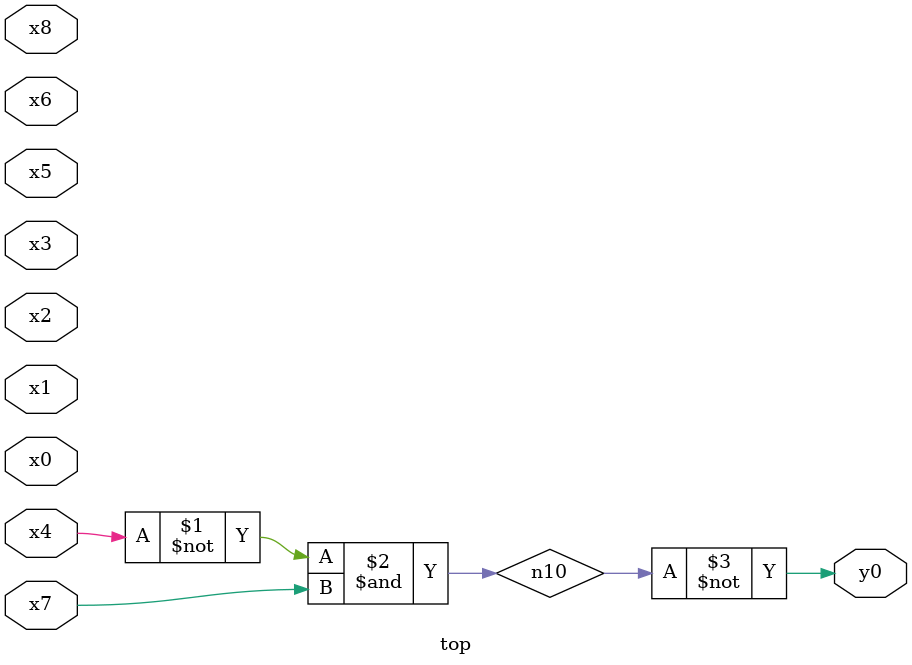
<source format=v>
module top( x0 , x1 , x2 , x3 , x4 , x5 , x6 , x7 , x8 , y0 );
  input x0 , x1 , x2 , x3 , x4 , x5 , x6 , x7 , x8 ;
  output y0 ;
  wire n10 ;
  assign n10 = ~x4 & x7 ;
  assign y0 = ~n10 ;
endmodule

</source>
